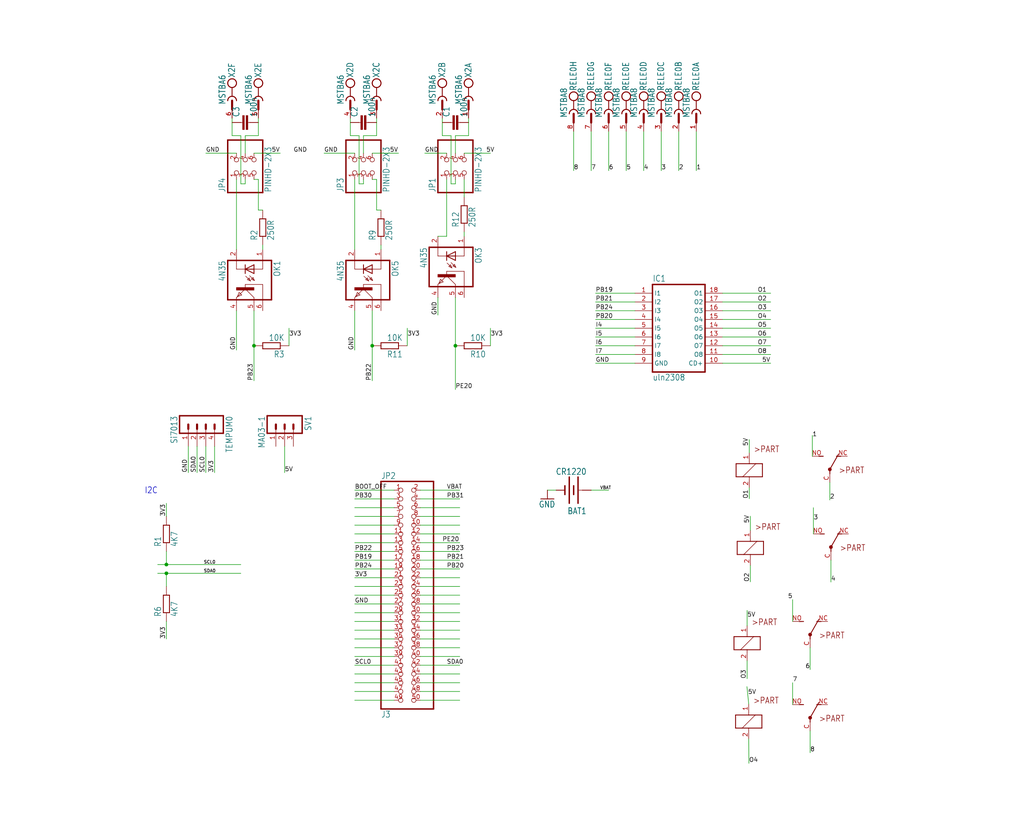
<source format=kicad_sch>
(kicad_sch (version 20220622) (generator eeschema)
  (paper "User" 297.002 241.732)
  (lib_symbols
    (symbol "py-home-master-eagle-import:4N35"
      (property "Reference" "OK" (at -6.985 5.715 0))
      (property "Value" "4N35" (at -6.985 -10.16 0))
      (symbol "4N35_1_0"
        (pin passive line (at -10.16 2.54 0) (length 2.54) (name "A") (number "1"))
        (pin passive line (at -10.16 -5.08 0) (length 2.54) (name "C") (number "2"))
        (pin passive line (at 7.62 -5.08 180) (length 2.54) (name "EMI") (number "4"))
        (pin passive line (at 7.62 0 180) (length 2.54) (name "COL") (number "5"))
        (pin passive line (at 7.62 2.54 180) (length 2.54) (name "BAS") (number "6"))
      )
    )
    (symbol "py-home-master-eagle-import:BATTERYBAT_CR1220"
      (property "Reference" "BAT" (at -3.81 5.08 0))
      (property "Value" "BATTERYBAT_CR1220" (at -3.81 -6.35 0))
      (symbol "BATTERYBAT_CR1220_1_0"
        (pin power_in line (at 5.08 0 180) (length 2.54) (name "-") (number "GND"))
        (pin power_in line (at -5.08 0 0) (length 2.54) (name "+") (number "V+"))
      )
    )
    (symbol "py-home-master-eagle-import:C2,5-3"
      (property "Reference" "C" (at 1.524 0.381 0))
      (property "Value" "C2,5-3" (at 1.524 -4.699 0))
      (symbol "C2,5-3_1_0"
        (pin passive line (at 0 2.54 270) (length 2.54) (name "1") (number "1"))
        (pin passive line (at 0 -5.08 90) (length 2.54) (name "2") (number "2"))
      )
    )
    (symbol "py-home-master-eagle-import:GND" (power)
      (property "Value" "GND" (at -2.54 -2.54 0))
      (symbol "GND_1_0"
        (pin power_in line (at 0 2.54 270) (length 2.54) (name "GND") (number "1"))
      )
    )
    (symbol "py-home-master-eagle-import:JS-M1"
      (symbol "JS-M1_1_0"
        (text ">PART" (at 1.27 5.08 0) (effects (font (size 1.778 1.5113)) (justify left bottom)))
        (pin passive line (at 0 5.08 270) (length 2.54) (name "1") (number "1"))
        (pin passive line (at 0 -5.08 90) (length 2.54) (name "2") (number "2"))
      )
      (symbol "JS-M1_2_0"
        (text ">PART" (at 2.54 0 0) (effects (font (size 1.778 1.5113)) (justify left bottom)))
        (pin passive line (at 0 -2.54 90) (length 2.54) (name "P") (number "C"))
        (pin passive line (at 5.08 5.08 180) (length 2.54) (name "O") (number "NC"))
        (pin passive line (at -5.08 5.08 0) (length 2.54) (name "S") (number "NO"))
      )
    )
    (symbol "py-home-master-eagle-import:MA03-1"
      (property "Reference" "SV" (at -1.27 5.842 0))
      (property "Value" "MA03-1" (at -1.27 -7.62 0))
      (symbol "MA03-1_1_0"
        (pin passive line (at 7.62 -2.54 180) (length 5.08) (name "1") (number "1"))
        (pin passive line (at 7.62 0 180) (length 5.08) (name "2") (number "2"))
        (pin passive line (at 7.62 2.54 180) (length 5.08) (name "3") (number "3"))
      )
    )
    (symbol "py-home-master-eagle-import:MA04-1"
      (property "Reference" "SV" (at -1.27 5.842 0))
      (property "Value" "MA04-1" (at -1.27 -10.16 0))
      (symbol "MA04-1_1_0"
        (pin passive line (at 7.62 -5.08 180) (length 5.08) (name "1") (number "1"))
        (pin passive line (at 7.62 -2.54 180) (length 5.08) (name "2") (number "2"))
        (pin passive line (at 7.62 0 180) (length 5.08) (name "3") (number "3"))
        (pin passive line (at 7.62 2.54 180) (length 5.08) (name "4") (number "4"))
      )
    )
    (symbol "py-home-master-eagle-import:MSTBA6"
      (property "Reference" "X" (at -6.604 0.889 0))
      (property "Value" "MSTBA6" (at -7.62 -3.81 0))
      (symbol "MSTBA6_1_0"
        (pin passive line (at 5.08 0 180) (length 2.54) (name "1") (number "1"))
      )
      (symbol "MSTBA6_2_0"
        (pin passive line (at 5.08 0 180) (length 2.54) (name "1") (number "2"))
      )
      (symbol "MSTBA6_3_0"
        (pin passive line (at 5.08 0 180) (length 2.54) (name "1") (number "3"))
      )
      (symbol "MSTBA6_4_0"
        (pin passive line (at 5.08 0 180) (length 2.54) (name "1") (number "4"))
      )
      (symbol "MSTBA6_5_0"
        (pin passive line (at 5.08 0 180) (length 2.54) (name "1") (number "5"))
      )
      (symbol "MSTBA6_6_0"
        (pin passive line (at 5.08 0 180) (length 2.54) (name "1") (number "6"))
      )
    )
    (symbol "py-home-master-eagle-import:MSTBA8"
      (property "Reference" "X" (at -6.604 0.889 0))
      (property "Value" "MSTBA8" (at -7.62 -3.81 0))
      (symbol "MSTBA8_1_0"
        (pin passive line (at 5.08 0 180) (length 2.54) (name "1") (number "1"))
      )
      (symbol "MSTBA8_2_0"
        (pin passive line (at 5.08 0 180) (length 2.54) (name "1") (number "2"))
      )
      (symbol "MSTBA8_3_0"
        (pin passive line (at 5.08 0 180) (length 2.54) (name "1") (number "3"))
      )
      (symbol "MSTBA8_4_0"
        (pin passive line (at 5.08 0 180) (length 2.54) (name "1") (number "4"))
      )
      (symbol "MSTBA8_5_0"
        (pin passive line (at 5.08 0 180) (length 2.54) (name "1") (number "5"))
      )
      (symbol "MSTBA8_6_0"
        (pin passive line (at 5.08 0 180) (length 2.54) (name "1") (number "6"))
      )
      (symbol "MSTBA8_7_0"
        (pin passive line (at 5.08 0 180) (length 2.54) (name "1") (number "7"))
      )
      (symbol "MSTBA8_8_0"
        (pin passive line (at 5.08 0 180) (length 2.54) (name "1") (number "8"))
      )
    )
    (symbol "py-home-master-eagle-import:PINHD-2X25"
      (property "Reference" "JP" (at -6.35 33.655 0))
      (property "Value" "PINHD-2X25" (at -6.35 -35.56 0))
      (symbol "PINHD-2X25_1_0"
        (pin passive inverted (at -2.54 30.48 0) (length 2.54) (name "1") (number "1"))
        (pin passive inverted (at 5.08 20.32 180) (length 2.54) (name "10") (number "10"))
        (pin passive inverted (at -2.54 17.78 0) (length 2.54) (name "11") (number "11"))
        (pin passive inverted (at 5.08 17.78 180) (length 2.54) (name "12") (number "12"))
        (pin passive inverted (at -2.54 15.24 0) (length 2.54) (name "13") (number "13"))
        (pin passive inverted (at 5.08 15.24 180) (length 2.54) (name "14") (number "14"))
        (pin passive inverted (at -2.54 12.7 0) (length 2.54) (name "15") (number "15"))
        (pin passive inverted (at 5.08 12.7 180) (length 2.54) (name "16") (number "16"))
        (pin passive inverted (at -2.54 10.16 0) (length 2.54) (name "17") (number "17"))
        (pin passive inverted (at 5.08 10.16 180) (length 2.54) (name "18") (number "18"))
        (pin passive inverted (at -2.54 7.62 0) (length 2.54) (name "19") (number "19"))
        (pin passive inverted (at 5.08 30.48 180) (length 2.54) (name "2") (number "2"))
        (pin passive inverted (at 5.08 7.62 180) (length 2.54) (name "20") (number "20"))
        (pin passive inverted (at -2.54 5.08 0) (length 2.54) (name "21") (number "21"))
        (pin passive inverted (at 5.08 5.08 180) (length 2.54) (name "22") (number "22"))
        (pin passive inverted (at -2.54 2.54 0) (length 2.54) (name "23") (number "23"))
        (pin passive inverted (at 5.08 2.54 180) (length 2.54) (name "24") (number "24"))
        (pin passive inverted (at -2.54 0 0) (length 2.54) (name "25") (number "25"))
        (pin passive inverted (at 5.08 0 180) (length 2.54) (name "26") (number "26"))
        (pin passive inverted (at -2.54 -2.54 0) (length 2.54) (name "27") (number "27"))
        (pin passive inverted (at 5.08 -2.54 180) (length 2.54) (name "28") (number "28"))
        (pin passive inverted (at -2.54 -5.08 0) (length 2.54) (name "29") (number "29"))
        (pin passive inverted (at -2.54 27.94 0) (length 2.54) (name "3") (number "3"))
        (pin passive inverted (at 5.08 -5.08 180) (length 2.54) (name "30") (number "30"))
        (pin passive inverted (at -2.54 -7.62 0) (length 2.54) (name "31") (number "31"))
        (pin passive inverted (at 5.08 -7.62 180) (length 2.54) (name "32") (number "32"))
        (pin passive inverted (at -2.54 -10.16 0) (length 2.54) (name "33") (number "33"))
        (pin passive inverted (at 5.08 -10.16 180) (length 2.54) (name "34") (number "34"))
        (pin passive inverted (at -2.54 -12.7 0) (length 2.54) (name "35") (number "35"))
        (pin passive inverted (at 5.08 -12.7 180) (length 2.54) (name "36") (number "36"))
        (pin passive inverted (at -2.54 -15.24 0) (length 2.54) (name "37") (number "37"))
        (pin passive inverted (at 5.08 -15.24 180) (length 2.54) (name "38") (number "38"))
        (pin passive inverted (at -2.54 -17.78 0) (length 2.54) (name "39") (number "39"))
        (pin passive inverted (at 5.08 27.94 180) (length 2.54) (name "4") (number "4"))
        (pin passive inverted (at 5.08 -17.78 180) (length 2.54) (name "40") (number "40"))
        (pin passive inverted (at -2.54 -20.32 0) (length 2.54) (name "41") (number "41"))
        (pin passive inverted (at 5.08 -20.32 180) (length 2.54) (name "42") (number "42"))
        (pin passive inverted (at -2.54 -22.86 0) (length 2.54) (name "43") (number "43"))
        (pin passive inverted (at 5.08 -22.86 180) (length 2.54) (name "44") (number "44"))
        (pin passive inverted (at -2.54 -25.4 0) (length 2.54) (name "45") (number "45"))
        (pin passive inverted (at 5.08 -25.4 180) (length 2.54) (name "46") (number "46"))
        (pin passive inverted (at -2.54 -27.94 0) (length 2.54) (name "47") (number "47"))
        (pin passive inverted (at 5.08 -27.94 180) (length 2.54) (name "48") (number "48"))
        (pin passive inverted (at -2.54 -30.48 0) (length 2.54) (name "49") (number "49"))
        (pin passive inverted (at -2.54 25.4 0) (length 2.54) (name "5") (number "5"))
        (pin passive inverted (at 5.08 -30.48 180) (length 2.54) (name "50") (number "50"))
        (pin passive inverted (at 5.08 25.4 180) (length 2.54) (name "6") (number "6"))
        (pin passive inverted (at -2.54 22.86 0) (length 2.54) (name "7") (number "7"))
        (pin passive inverted (at 5.08 22.86 180) (length 2.54) (name "8") (number "8"))
        (pin passive inverted (at -2.54 20.32 0) (length 2.54) (name "9") (number "9"))
      )
    )
    (symbol "py-home-master-eagle-import:PINHD-2X3"
      (property "Reference" "JP" (at -6.35 5.715 0))
      (property "Value" "PINHD-2X3" (at -6.35 -7.62 0))
      (symbol "PINHD-2X3_1_0"
        (pin passive inverted (at -2.54 2.54 0) (length 2.54) (name "1") (number "1"))
        (pin passive inverted (at 5.08 2.54 180) (length 2.54) (name "2") (number "2"))
        (pin passive inverted (at -2.54 0 0) (length 2.54) (name "3") (number "3"))
        (pin passive inverted (at 5.08 0 180) (length 2.54) (name "4") (number "4"))
        (pin passive inverted (at -2.54 -2.54 0) (length 2.54) (name "5") (number "5"))
        (pin passive inverted (at 5.08 -2.54 180) (length 2.54) (name "6") (number "6"))
      )
    )
    (symbol "py-home-master-eagle-import:R-EU_0204{slash}2V"
      (property "Reference" "R" (at -3.81 1.4986 0))
      (property "Value" "R-EU_0204{slash}2V" (at -3.81 -3.302 0))
      (symbol "R-EU_0204{slash}2V_1_0"
        (pin passive line (at -5.08 0 0) (length 2.54) (name "1") (number "1"))
        (pin passive line (at 5.08 0 180) (length 2.54) (name "2") (number "2"))
      )
    )
    (symbol "py-home-master-eagle-import:ULN2803A"
      (property "Reference" "IC" (at -7.62 13.462 0))
      (property "Value" "ULN2803A" (at -7.62 -15.24 0))
      (symbol "ULN2803A_1_0"
        (pin input line (at -12.7 10.16 0) (length 5.08) (name "I1") (number "1"))
        (pin passive line (at 12.7 -10.16 180) (length 5.08) (name "CD+") (number "10"))
        (pin open_collector line (at 12.7 -7.62 180) (length 5.08) (name "O8") (number "11"))
        (pin open_collector line (at 12.7 -5.08 180) (length 5.08) (name "O7") (number "12"))
        (pin open_collector line (at 12.7 -2.54 180) (length 5.08) (name "O6") (number "13"))
        (pin open_collector line (at 12.7 0 180) (length 5.08) (name "O5") (number "14"))
        (pin open_collector line (at 12.7 2.54 180) (length 5.08) (name "O4") (number "15"))
        (pin open_collector line (at 12.7 5.08 180) (length 5.08) (name "O3") (number "16"))
        (pin open_collector line (at 12.7 7.62 180) (length 5.08) (name "O2") (number "17"))
        (pin open_collector line (at 12.7 10.16 180) (length 5.08) (name "O1") (number "18"))
        (pin input line (at -12.7 7.62 0) (length 5.08) (name "I2") (number "2"))
        (pin input line (at -12.7 5.08 0) (length 5.08) (name "I3") (number "3"))
        (pin input line (at -12.7 2.54 0) (length 5.08) (name "I4") (number "4"))
        (pin input line (at -12.7 0 0) (length 5.08) (name "I5") (number "5"))
        (pin input line (at -12.7 -2.54 0) (length 5.08) (name "I6") (number "6"))
        (pin input line (at -12.7 -5.08 0) (length 5.08) (name "I7") (number "7"))
        (pin input line (at -12.7 -7.62 0) (length 5.08) (name "I8") (number "8"))
        (pin power_in line (at -12.7 -10.16 0) (length 5.08) (name "GND") (number "9"))
      )
    )
  )
  (junction (at 48.26 163.83))
  (junction (at 107.95 100.33))
  (junction (at 132.08 100.33))
  (junction (at 48.26 166.37))
  (junction (at 73.66 100.33))
  (wire (pts (xy 69.85 39.37) (xy 69.85 53.34)))
  (wire (pts (xy 57.15 129.54) (xy 57.15 137.16)))
  (wire (pts (xy 107.95 52.07) (xy 109.22 52.07)))
  (wire (pts (xy 129.54 52.07) (xy 129.54 68.58)))
  (wire (pts (xy 176.53 38.1) (xy 176.53 49.53)))
  (wire (pts (xy 132.08 100.33) (xy 132.08 113.03)))
  (wire (pts (xy 132.08 53.34) (xy 132.08 52.07)))
  (wire (pts (xy 121.92 147.32) (xy 133.35 147.32)))
  (wire (pts (xy 114.3 147.32) (xy 102.87 147.32)))
  (wire (pts (xy 67.31 39.37) (xy 69.85 39.37)))
  (wire (pts (xy 121.92 172.72) (xy 133.35 172.72)))
  (wire (pts (xy 74.93 39.37) (xy 71.12 39.37)))
  (wire (pts (xy 114.3 198.12) (xy 102.87 198.12)))
  (wire (pts (xy 69.85 166.37) (xy 48.26 166.37)))
  (wire (pts (xy 128.27 39.37) (xy 130.81 39.37)))
  (wire (pts (xy 121.92 175.26) (xy 133.35 175.26)))
  (wire (pts (xy 130.81 53.34) (xy 132.08 53.34)))
  (wire (pts (xy 161.29 142.24) (xy 158.75 142.24)))
  (wire (pts (xy 69.85 163.83) (xy 48.26 163.83)))
  (wire (pts (xy 62.23 129.54) (xy 62.23 137.16)))
  (wire (pts (xy 129.54 68.58) (xy 127 68.58)))
  (wire (pts (xy 114.3 144.78) (xy 102.87 144.78)))
  (wire (pts (xy 71.12 39.37) (xy 71.12 44.45)))
  (wire (pts (xy 48.26 166.37) (xy 45.72 166.37)))
  (wire (pts (xy 48.26 160.02) (xy 48.26 163.83)))
  (wire (pts (xy 109.22 35.56) (xy 109.22 39.37)))
  (wire (pts (xy 201.93 38.1) (xy 201.93 49.53)))
  (wire (pts (xy 209.55 100.33) (xy 223.52 100.33)))
  (wire (pts (xy 101.6 34.29) (xy 101.6 35.56)))
  (wire (pts (xy 121.92 177.8) (xy 133.35 177.8)))
  (wire (pts (xy 128.27 35.56) (xy 128.27 39.37)))
  (wire (pts (xy 114.3 193.04) (xy 102.87 193.04)))
  (wire (pts (xy 235.585 132.3975) (xy 235.585 126.365)))
  (wire (pts (xy 217.6145 153.924) (xy 217.6145 149.7965)))
  (wire (pts (xy 104.14 39.37) (xy 104.14 53.34)))
  (wire (pts (xy 121.92 162.56) (xy 133.35 162.56)))
  (wire (pts (xy 109.22 60.96) (xy 110.49 60.96)))
  (wire (pts (xy 209.55 102.87) (xy 223.52 102.87)))
  (wire (pts (xy 121.92 142.24) (xy 133.35 142.24)))
  (wire (pts (xy 234.95 187.96) (xy 234.95 194.31)))
  (wire (pts (xy 114.3 154.94) (xy 102.87 154.94)))
  (wire (pts (xy 121.92 170.18) (xy 133.35 170.18)))
  (wire (pts (xy 121.92 185.42) (xy 133.35 185.42)))
  (wire (pts (xy 240.665 140.0175) (xy 240.665 145.0975)))
  (wire (pts (xy 67.31 34.29) (xy 67.31 39.37)))
  (wire (pts (xy 209.55 95.25) (xy 223.52 95.25)))
  (wire (pts (xy 171.45 38.1) (xy 171.45 49.53)))
  (wire (pts (xy 59.69 129.54) (xy 59.69 137.16)))
  (wire (pts (xy 184.15 100.33) (xy 172.72 100.33)))
  (wire (pts (xy 121.92 200.66) (xy 133.35 200.66)))
  (wire (pts (xy 217.6145 164.084) (xy 217.6145 168.8465)))
  (wire (pts (xy 121.92 165.1) (xy 133.35 165.1)))
  (wire (pts (xy 107.95 44.45) (xy 115.57 44.45)))
  (wire (pts (xy 104.14 53.34) (xy 105.41 53.34)))
  (wire (pts (xy 82.55 129.54) (xy 82.55 137.16)))
  (wire (pts (xy 209.55 97.79) (xy 223.52 97.79)))
  (wire (pts (xy 105.41 53.34) (xy 105.41 52.07)))
  (wire (pts (xy 114.3 203.2) (xy 102.87 203.2)))
  (wire (pts (xy 102.87 52.07) (xy 102.87 72.39)))
  (wire (pts (xy 209.55 90.17) (xy 223.52 90.17)))
  (wire (pts (xy 118.11 100.33) (xy 118.11 95.25)))
  (wire (pts (xy 184.15 97.79) (xy 172.72 97.79)))
  (wire (pts (xy 184.15 85.09) (xy 172.72 85.09)))
  (wire (pts (xy 234.95 212.09) (xy 234.95 218.44)))
  (wire (pts (xy 54.61 129.54) (xy 54.61 137.16)))
  (wire (pts (xy 217.297 141.5415) (xy 217.297 144.7165)))
  (wire (pts (xy 184.15 92.71) (xy 172.72 92.71)))
  (wire (pts (xy 132.08 39.37) (xy 132.08 44.45)))
  (wire (pts (xy 74.93 34.29) (xy 74.93 35.56)))
  (wire (pts (xy 121.92 157.48) (xy 133.35 157.48)))
  (wire (pts (xy 74.93 60.96) (xy 76.2 60.96)))
  (wire (pts (xy 114.3 200.66) (xy 102.87 200.66)))
  (wire (pts (xy 114.3 149.86) (xy 102.87 149.86)))
  (wire (pts (xy 209.55 92.71) (xy 223.52 92.71)))
  (wire (pts (xy 171.45 142.24) (xy 176.53 142.24)))
  (wire (pts (xy 114.3 160.02) (xy 102.87 160.02)))
  (wire (pts (xy 114.3 182.88) (xy 102.87 182.88)))
  (wire (pts (xy 114.3 142.24) (xy 102.87 142.24)))
  (wire (pts (xy 102.87 90.17) (xy 102.87 101.6)))
  (wire (pts (xy 114.3 157.48) (xy 102.87 157.48)))
  (wire (pts (xy 114.3 185.42) (xy 102.87 185.42)))
  (wire (pts (xy 109.22 39.37) (xy 105.41 39.37)))
  (wire (pts (xy 129.54 44.45) (xy 123.19 44.45)))
  (wire (pts (xy 166.37 38.1) (xy 166.37 49.53)))
  (wire (pts (xy 134.62 68.58) (xy 134.62 67.31)))
  (wire (pts (xy 114.3 187.96) (xy 102.87 187.96)))
  (wire (pts (xy 68.58 90.17) (xy 68.58 101.6)))
  (wire (pts (xy 135.89 39.37) (xy 132.08 39.37)))
  (wire (pts (xy 73.66 52.07) (xy 74.93 52.07)))
  (wire (pts (xy 135.89 35.56) (xy 135.89 39.37)))
  (wire (pts (xy 114.3 195.58) (xy 102.87 195.58)))
  (wire (pts (xy 217.1446 214.4649) (xy 217.1954 221.5134)))
  (wire (pts (xy 184.15 95.25) (xy 172.72 95.25)))
  (wire (pts (xy 73.66 90.17) (xy 73.66 100.33)))
  (wire (pts (xy 114.3 170.18) (xy 102.87 170.18)))
  (wire (pts (xy 216.6747 181.5719) (xy 216.6747 177.1269)))
  (wire (pts (xy 235.9025 154.94) (xy 235.9025 147.32)))
  (wire (pts (xy 101.6 35.56) (xy 101.6 39.37)))
  (wire (pts (xy 209.55 87.63) (xy 223.52 87.63)))
  (wire (pts (xy 114.3 177.8) (xy 102.87 177.8)))
  (wire (pts (xy 209.55 85.09) (xy 223.52 85.09)))
  (wire (pts (xy 107.95 90.17) (xy 107.95 100.33)))
  (wire (pts (xy 83.82 100.33) (xy 83.82 95.25)))
  (wire (pts (xy 121.92 187.96) (xy 133.35 187.96)))
  (wire (pts (xy 105.41 39.37) (xy 105.41 44.45)))
  (wire (pts (xy 240.9825 162.56) (xy 240.9825 168.91)))
  (wire (pts (xy 121.92 152.4) (xy 133.35 152.4)))
  (wire (pts (xy 71.12 53.34) (xy 71.12 52.07)))
  (wire (pts (xy 127 86.36) (xy 127 91.44)))
  (wire (pts (xy 109.22 52.07) (xy 109.22 60.96)))
  (wire (pts (xy 121.92 149.86) (xy 133.35 149.86)))
  (wire (pts (xy 121.92 203.2) (xy 133.35 203.2)))
  (wire (pts (xy 184.15 90.17) (xy 172.72 90.17)))
  (wire (pts (xy 184.15 105.41) (xy 172.72 105.41)))
  (wire (pts (xy 132.08 86.36) (xy 132.08 100.33)))
  (wire (pts (xy 107.95 100.33) (xy 107.95 110.49)))
  (wire (pts (xy 114.3 165.1) (xy 102.87 165.1)))
  (wire (pts (xy 128.27 34.29) (xy 128.27 35.56)))
  (wire (pts (xy 196.85 38.1) (xy 196.85 49.53)))
  (wire (pts (xy 229.87 180.34) (xy 229.87 173.99)))
  (wire (pts (xy 76.2 72.39) (xy 76.2 71.12)))
  (wire (pts (xy 74.93 52.07) (xy 74.93 60.96)))
  (wire (pts (xy 121.92 198.12) (xy 133.35 198.12)))
  (wire (pts (xy 181.61 38.1) (xy 181.61 49.53)))
  (wire (pts (xy 121.92 195.58) (xy 133.35 195.58)))
  (wire (pts (xy 73.66 100.33) (xy 73.66 110.49)))
  (wire (pts (xy 114.3 162.56) (xy 102.87 162.56)))
  (wire (pts (xy 121.92 182.88) (xy 133.35 182.88)))
  (wire (pts (xy 217.1446 204.3049) (xy 216.6239 199.2503)))
  (wire (pts (xy 186.69 38.1) (xy 186.69 49.53)))
  (wire (pts (xy 48.26 149.86) (xy 48.26 146.05)))
  (wire (pts (xy 121.92 160.02) (xy 133.35 160.02)))
  (wire (pts (xy 109.22 34.29) (xy 109.22 35.56)))
  (wire (pts (xy 135.89 34.29) (xy 135.89 35.56)))
  (wire (pts (xy 217.297 131.3815) (xy 217.297 127.5715)))
  (wire (pts (xy 114.3 180.34) (xy 102.87 180.34)))
  (wire (pts (xy 121.92 190.5) (xy 133.35 190.5)))
  (wire (pts (xy 114.3 190.5) (xy 102.87 190.5)))
  (wire (pts (xy 73.66 44.45) (xy 81.28 44.45)))
  (wire (pts (xy 114.3 172.72) (xy 102.87 172.72)))
  (wire (pts (xy 68.58 52.07) (xy 68.58 72.39)))
  (wire (pts (xy 216.6747 191.7319) (xy 216.6747 196.9516)))
  (wire (pts (xy 121.92 167.64) (xy 133.35 167.64)))
  (wire (pts (xy 121.92 154.94) (xy 133.35 154.94)))
  (wire (pts (xy 101.6 39.37) (xy 104.14 39.37)))
  (wire (pts (xy 114.3 175.26) (xy 102.87 175.26)))
  (wire (pts (xy 68.58 44.45) (xy 59.69 44.45)))
  (wire (pts (xy 184.15 87.63) (xy 172.72 87.63)))
  (wire (pts (xy 191.77 38.1) (xy 191.77 49.53)))
  (wire (pts (xy 102.87 44.45) (xy 93.98 44.45)))
  (wire (pts (xy 121.92 144.78) (xy 133.35 144.78)))
  (wire (pts (xy 121.92 193.04) (xy 133.35 193.04)))
  (wire (pts (xy 229.87 204.47) (xy 229.87 198.12)))
  (wire (pts (xy 184.15 102.87) (xy 172.72 102.87)))
  (wire (pts (xy 48.26 170.18) (xy 48.26 166.37)))
  (wire (pts (xy 130.81 39.37) (xy 130.81 53.34)))
  (wire (pts (xy 134.62 52.07) (xy 134.62 57.15)))
  (wire (pts (xy 48.26 163.83) (xy 45.72 163.83)))
  (wire (pts (xy 74.93 35.56) (xy 74.93 39.37)))
  (wire (pts (xy 69.85 53.34) (xy 71.12 53.34)))
  (wire (pts (xy 209.55 105.41) (xy 223.52 105.41)))
  (wire (pts (xy 114.3 152.4) (xy 102.87 152.4)))
  (wire (pts (xy 114.3 167.64) (xy 102.87 167.64)))
  (wire (pts (xy 48.26 180.34) (xy 48.26 185.42)))
  (wire (pts (xy 121.92 180.34) (xy 133.35 180.34)))
  (wire (pts (xy 110.49 72.39) (xy 110.49 71.12)))
  (wire (pts (xy 142.24 100.33) (xy 142.24 95.25)))
  (wire (pts (xy 134.62 44.45) (xy 142.24 44.45)))
  (text "I2C" (at 41.91 143.51 0) (effects (font (size 1.778 1.5113)) (justify left bottom)))
  (label "5V" (at 217.297 129.4765 90) (effects (font (size 1.2446 1.2446))))
  (label "3V3" (at 118.11 97.79 0) (effects (font (size 1.2446 1.2446))))
  (label "PB19" (at 172.72 85.09 0) (effects (font (size 1.2446 1.2446))))
  (label "6" (at 176.53 49.53 0) (effects (font (size 1.2446 1.2446))))
  (label "I5" (at 172.72 97.79 0) (effects (font (size 1.2446 1.2446))))
  (label "O1" (at 219.71 85.09 0) (effects (font (size 1.2446 1.2446))))
  (label "O7" (at 219.71 100.33 0) (effects (font (size 1.2446 1.2446))))
  (label "4" (at 186.69 49.53 0) (effects (font (size 1.2446 1.2446))))
  (label "5V" (at 220.98 105.41 0) (effects (font (size 1.2446 1.2446))))
  (label "3V3" (at 62.23 137.16 90) (effects (font (size 1.2446 1.2446))))
  (label "PB24" (at 172.72 90.17 0) (effects (font (size 1.2446 1.2446))))
  (label "GND" (at 93.98 44.45 0) (effects (font (size 1.2446 1.2446))))
  (label "5V" (at 140.97 44.45 0) (effects (font (size 1.2446 1.2446))))
  (label "1" (at 235.585 127 0) (effects (font (size 1.2446 1.2446))))
  (label "PE20" (at 128.27 157.48 0) (effects (font (size 1.2446 1.2446))))
  (label "3" (at 235.9025 151.13 0) (effects (font (size 1.2446 1.2446))))
  (label "GND" (at 172.72 105.41 0) (effects (font (size 1.2446 1.2446))))
  (label "SDA0" (at 57.15 137.16 90) (effects (font (size 1.2446 1.2446))))
  (label "1" (at 201.93 49.53 0) (effects (font (size 1.2446 1.2446))))
  (label "VBAT" (at 129.54 142.24 0) (effects (font (size 1.2446 1.2446))))
  (label "SCL0" (at 59.69 137.16 90) (effects (font (size 1.2446 1.2446))))
  (label "I7" (at 172.72 102.87 0) (effects (font (size 1.2446 1.2446))))
  (label "O4" (at 219.71 92.71 0) (effects (font (size 1.2446 1.2446))))
  (label "8" (at 166.37 49.53 0) (effects (font (size 1.2446 1.2446))))
  (label "O3" (at 219.71 90.17 0) (effects (font (size 1.2446 1.2446))))
  (label "6" (at 234.95 194.31 180) (effects (font (size 1.2446 1.2446))))
  (label "PB19" (at 102.87 162.56 0) (effects (font (size 1.2446 1.2446))))
  (label "PE20" (at 132.08 113.03 0) (effects (font (size 1.2446 1.2446))))
  (label "GND" (at 123.19 44.45 0) (effects (font (size 1.2446 1.2446))))
  (label "GND" (at 102.87 175.26 0) (effects (font (size 1.2446 1.2446))))
  (label "PB21" (at 129.54 162.56 0) (effects (font (size 1.2446 1.2446))))
  (label "4" (at 240.9825 168.91 0) (effects (font (size 1.2446 1.2446))))
  (label "3V3" (at 83.82 97.79 0) (effects (font (size 1.2446 1.2446))))
  (label "3" (at 191.77 49.53 0) (effects (font (size 1.2446 1.2446))))
  (label "5V" (at 216.6747 179.3494 0) (effects (font (size 1.2446 1.2446))))
  (label "O6" (at 219.71 97.79 0) (effects (font (size 1.2446 1.2446))))
  (label "O3" (at 216.6747 196.9516 90) (effects (font (size 1.2446 1.2446))))
  (label "VBAT" (at 173.99 142.24 0) (effects (font (size 0.889 0.889))))
  (label "O5" (at 219.71 95.25 0) (effects (font (size 1.2446 1.2446))))
  (label "PB23" (at 73.66 110.49 90) (effects (font (size 1.2446 1.2446))))
  (label "I6" (at 172.72 100.33 0) (effects (font (size 1.2446 1.2446))))
  (label "O2" (at 219.71 87.63 0) (effects (font (size 1.2446 1.2446))))
  (label "PB31" (at 129.54 144.78 0) (effects (font (size 1.2446 1.2446))))
  (label "3V3" (at 142.24 97.79 0) (effects (font (size 1.2446 1.2446))))
  (label "GND" (at 54.61 137.16 90) (effects (font (size 1.2446 1.2446))))
  (label "PB30" (at 102.87 144.78 0) (effects (font (size 1.2446 1.2446))))
  (label "PB20" (at 129.54 165.1 0) (effects (font (size 1.2446 1.2446))))
  (label "5V" (at 82.55 137.16 0) (effects (font (size 1.2446 1.2446))))
  (label "7" (at 229.87 198.12 0) (effects (font (size 1.2446 1.2446))))
  (label "3V3" (at 48.26 149.86 90) (effects (font (size 1.2446 1.2446))))
  (label "PB22" (at 102.87 160.02 0) (effects (font (size 1.2446 1.2446))))
  (label "5" (at 229.87 173.99 180) (effects (font (size 1.2446 1.2446))))
  (label "5V" (at 78.74 44.45 0) (effects (font (size 1.2446 1.2446))))
  (label "SDA0" (at 59.055 166.37 0) (effects (font (size 0.889 0.889))))
  (label "PB22" (at 107.95 110.49 90) (effects (font (size 1.2446 1.2446))))
  (label "I4" (at 172.72 95.25 0) (effects (font (size 1.2446 1.2446))))
  (label "GND" (at 68.58 101.6 90) (effects (font (size 1.2446 1.2446))))
  (label "O4" (at 217.1954 221.5134 0) (effects (font (size 1.2446 1.2446))))
  (label "2" (at 196.85 49.53 0) (effects (font (size 1.2446 1.2446))))
  (label "7" (at 171.45 49.53 0) (effects (font (size 1.2446 1.2446))))
  (label "SCL0" (at 59.055 163.83 0) (effects (font (size 0.889 0.889))))
  (label "SDA0" (at 129.54 193.04 0) (effects (font (size 1.2446 1.2446))))
  (label "PB20" (at 172.72 92.71 0) (effects (font (size 1.2446 1.2446))))
  (label "5" (at 181.61 49.53 0) (effects (font (size 1.2446 1.2446))))
  (label "SCL0" (at 102.87 193.04 0) (effects (font (size 1.2446 1.2446))))
  (label "BOOT_OFF" (at 102.87 142.24 0) (effects (font (size 1.2446 1.2446))))
  (label "5V" (at 113.03 44.45 0) (effects (font (size 1.2446 1.2446))))
  (label "GND" (at 102.87 101.6 90) (effects (font (size 1.2446 1.2446))))
  (label "PB24" (at 102.87 165.1 0) (effects (font (size 1.2446 1.2446))))
  (label "GND" (at 127 91.44 90) (effects (font (size 1.2446 1.2446))))
  (label "GND" (at 85.09 44.45 0) (effects (font (size 1.2446 1.2446))))
  (label "5V" (at 216.8843 201.7776 0) (effects (font (size 1.2446 1.2446))))
  (label "O2" (at 217.6145 168.8465 90) (effects (font (size 1.2446 1.2446))))
  (label "O8" (at 219.71 102.87 0) (effects (font (size 1.2446 1.2446))))
  (label "3V3" (at 48.26 185.42 90) (effects (font (size 1.2446 1.2446))))
  (label "2" (at 240.665 145.0975 0) (effects (font (size 1.2446 1.2446))))
  (label "5V" (at 217.6145 151.8603 90) (effects (font (size 1.2446 1.2446))))
  (label "8" (at 234.95 218.44 0) (effects (font (size 1.2446 1.2446))))
  (label "GND" (at 59.69 44.45 0) (effects (font (size 1.2446 1.2446))))
  (label "O1" (at 217.297 144.7165 90) (effects (font (size 1.2446 1.2446))))
  (label "PB21" (at 172.72 87.63 0) (effects (font (size 1.2446 1.2446))))
  (label "3V3" (at 102.87 167.64 0) (effects (font (size 1.2446 1.2446))))
  (label "PB23" (at 129.54 160.02 0) (effects (font (size 1.2446 1.2446))))
  (symbol (lib_id "py-home-master-eagle-import:MSTBA6") (at 101.6 29.21 270) (unit 4)
    (default_instance (reference "U") (unit 1) (value "") (footprint ""))
    (property "Reference" "X2" (at 102.489 22.606 0) (effects (font (size 1.778 1.5113)) (justify right top)))
    (property "Value" "MSTBA6" (at 97.79 21.59 0) (effects (font (size 1.778 1.5113)) (justify left bottom)))
    (property "Footprint" "py-home-master:MSTBA6" (effects hide))
  )
  (symbol (lib_id "py-home-master-eagle-import:BATTERYBAT_CR1220") (at 166.37 142.24 180) (unit 1)
    (default_instance (reference "U") (unit 1) (value "") (footprint ""))
    (property "Reference" "BAT1" (at 170.18 147.32 0) (effects (font (size 1.778 1.5113)) (justify left bottom)))
    (property "Value" "CR1220" (at 170.18 135.89 0) (effects (font (size 1.778 1.5113)) (justify left bottom)))
    (property "Footprint" "py-home-master:BAT_CR1220" (effects hide))
  )
  (symbol (lib_id "py-home-master-eagle-import:C2,5-3") (at 130.81 35.56 90) (unit 1)
    (default_instance (reference "U") (unit 1) (value "") (footprint ""))
    (property "Reference" "C1" (at 130.429 34.036 0) (effects (font (size 1.778 1.5113)) (justify left bottom)))
    (property "Value" "100n" (at 135.509 34.036 0) (effects (font (size 1.778 1.5113)) (justify left bottom)))
    (property "Footprint" "py-home-master:C2.5-3" (effects hide))
  )
  (symbol (lib_id "py-home-master-eagle-import:4N35") (at 107.95 82.55 270) (unit 1)
    (default_instance (reference "U") (unit 1) (value "") (footprint ""))
    (property "Reference" "OK5" (at 113.665 75.565 0) (effects (font (size 1.778 1.5113)) (justify left bottom)))
    (property "Value" "4N35" (at 97.79 75.565 0) (effects (font (size 1.778 1.5113)) (justify left bottom)))
    (property "Footprint" "py-home-master:DIL06" (effects hide))
  )
  (symbol (lib_id "py-home-master-eagle-import:JS-M1") (at 217.297 136.4615 0) (unit 1)
    (default_instance (reference "U") (unit 1) (value "") (footprint ""))
    (property "Reference" "K1" (effects hide))
    (property "Value" "JS-M1" (effects hide))
    (property "Footprint" "py-home-master:JS-M" (effects hide))
  )
  (symbol (lib_id "py-home-master-eagle-import:R-EU_0204{slash}2V") (at 76.2 66.04 90) (unit 1)
    (default_instance (reference "U") (unit 1) (value "") (footprint ""))
    (property "Reference" "R2" (at 74.7014 69.85 0) (effects (font (size 1.778 1.5113)) (justify left bottom)))
    (property "Value" "250R" (at 79.502 69.85 0) (effects (font (size 1.778 1.5113)) (justify left bottom)))
    (property "Footprint" "py-home-master:0204V" (effects hide))
  )
  (symbol (lib_id "py-home-master-eagle-import:R-EU_0204{slash}2V") (at 48.26 154.94 90) (unit 1)
    (default_instance (reference "U") (unit 1) (value "") (footprint ""))
    (property "Reference" "R1" (at 46.7614 158.75 0) (effects (font (size 1.778 1.5113)) (justify left bottom)))
    (property "Value" "4K7" (at 51.562 158.75 0) (effects (font (size 1.778 1.5113)) (justify left bottom)))
    (property "Footprint" "py-home-master:0204V" (effects hide))
  )
  (symbol (lib_id "py-home-master-eagle-import:MSTBA6") (at 135.89 29.21 270) (unit 1)
    (default_instance (reference "U") (unit 1) (value "") (footprint ""))
    (property "Reference" "X2" (at 136.779 22.606 0) (effects (font (size 1.778 1.5113)) (justify right top)))
    (property "Value" "MSTBA6" (at 132.08 21.59 0) (effects (font (size 1.778 1.5113)) (justify left bottom)))
    (property "Footprint" "py-home-master:MSTBA6" (effects hide))
  )
  (symbol (lib_id "py-home-master-eagle-import:R-EU_0204{slash}2V") (at 48.26 175.26 90) (unit 1)
    (default_instance (reference "U") (unit 1) (value "") (footprint ""))
    (property "Reference" "R6" (at 46.7614 179.07 0) (effects (font (size 1.778 1.5113)) (justify left bottom)))
    (property "Value" "4K7" (at 51.562 179.07 0) (effects (font (size 1.778 1.5113)) (justify left bottom)))
    (property "Footprint" "py-home-master:0204V" (effects hide))
  )
  (symbol (lib_id "py-home-master-eagle-import:PINHD-2X3") (at 132.08 49.53 90) (unit 1)
    (default_instance (reference "U") (unit 1) (value "") (footprint ""))
    (property "Reference" "JP1" (at 126.365 55.88 0) (effects (font (size 1.778 1.5113)) (justify left bottom)))
    (property "Value" "PINHD-2X3" (at 139.7 55.88 0) (effects (font (size 1.778 1.5113)) (justify left bottom)))
    (property "Footprint" "py-home-master:2X03" (effects hide))
  )
  (symbol (lib_id "py-home-master-eagle-import:C2,5-3") (at 69.85 35.56 90) (unit 1)
    (default_instance (reference "U") (unit 1) (value "") (footprint ""))
    (property "Reference" "C3" (at 69.469 34.036 0) (effects (font (size 1.778 1.5113)) (justify left bottom)))
    (property "Value" "100n" (at 74.549 34.036 0) (effects (font (size 1.778 1.5113)) (justify left bottom)))
    (property "Footprint" "py-home-master:C2.5-3" (effects hide))
  )
  (symbol (lib_id "py-home-master-eagle-import:MSTBA8") (at 176.53 33.02 270) (unit 6)
    (default_instance (reference "U") (unit 1) (value "") (footprint ""))
    (property "Reference" "RELE0" (at 177.419 26.416 0) (effects (font (size 1.778 1.5113)) (justify right top)))
    (property "Value" "MSTBA8" (at 172.72 25.4 0) (effects (font (size 1.778 1.5113)) (justify left bottom)))
    (property "Footprint" "py-home-master:MSTBA8" (effects hide))
  )
  (symbol (lib_id "py-home-master-eagle-import:MSTBA6") (at 67.31 29.21 270) (unit 6)
    (default_instance (reference "U") (unit 1) (value "") (footprint ""))
    (property "Reference" "X2" (at 68.199 22.606 0) (effects (font (size 1.778 1.5113)) (justify right top)))
    (property "Value" "MSTBA6" (at 63.5 21.59 0) (effects (font (size 1.778 1.5113)) (justify left bottom)))
    (property "Footprint" "py-home-master:MSTBA6" (effects hide))
  )
  (symbol (lib_id "py-home-master-eagle-import:JS-M1") (at 217.6145 159.004 0) (unit 1)
    (default_instance (reference "U") (unit 1) (value "") (footprint ""))
    (property "Reference" "K2" (effects hide))
    (property "Value" "JS-M1" (effects hide))
    (property "Footprint" "py-home-master:JS-M" (effects hide))
  )
  (symbol (lib_id "py-home-master-eagle-import:MA04-1") (at 59.69 121.92 270) (unit 1)
    (default_instance (reference "U") (unit 1) (value "") (footprint ""))
    (property "Reference" "TEMPUM0" (at 65.532 120.65 0) (effects (font (size 1.778 1.5113)) (justify left bottom)))
    (property "Value" "Si7013" (at 49.53 120.65 0) (effects (font (size 1.778 1.5113)) (justify left bottom)))
    (property "Footprint" "py-home-master:MA04-1" (effects hide))
  )
  (symbol (lib_id "py-home-master-eagle-import:MSTBA6") (at 109.22 29.21 270) (unit 3)
    (default_instance (reference "U") (unit 1) (value "") (footprint ""))
    (property "Reference" "X2" (at 110.109 22.606 0) (effects (font (size 1.778 1.5113)) (justify right top)))
    (property "Value" "MSTBA6" (at 105.41 21.59 0) (effects (font (size 1.778 1.5113)) (justify left bottom)))
    (property "Footprint" "py-home-master:MSTBA6" (effects hide))
  )
  (symbol (lib_id "py-home-master-eagle-import:JS-M1") (at 217.1446 209.3849 0) (unit 1)
    (default_instance (reference "U") (unit 1) (value "") (footprint ""))
    (property "Reference" "K4" (effects hide))
    (property "Value" "JS-M1" (effects hide))
    (property "Footprint" "py-home-master:JS-M" (effects hide))
  )
  (symbol (lib_id "py-home-master-eagle-import:MSTBA6") (at 128.27 29.21 270) (unit 2)
    (default_instance (reference "U") (unit 1) (value "") (footprint ""))
    (property "Reference" "X2" (at 129.159 22.606 0) (effects (font (size 1.778 1.5113)) (justify right top)))
    (property "Value" "MSTBA6" (at 124.46 21.59 0) (effects (font (size 1.778 1.5113)) (justify left bottom)))
    (property "Footprint" "py-home-master:MSTBA6" (effects hide))
  )
  (symbol (lib_id "py-home-master-eagle-import:MSTBA8") (at 196.85 33.02 270) (unit 2)
    (default_instance (reference "U") (unit 1) (value "") (footprint ""))
    (property "Reference" "RELE0" (at 197.739 26.416 0) (effects (font (size 1.778 1.5113)) (justify right top)))
    (property "Value" "MSTBA8" (at 193.04 25.4 0) (effects (font (size 1.778 1.5113)) (justify left bottom)))
    (property "Footprint" "py-home-master:MSTBA8" (effects hide))
  )
  (symbol (lib_id "py-home-master-eagle-import:MSTBA8") (at 186.69 33.02 270) (unit 4)
    (default_instance (reference "U") (unit 1) (value "") (footprint ""))
    (property "Reference" "RELE0" (at 187.579 26.416 0) (effects (font (size 1.778 1.5113)) (justify right top)))
    (property "Value" "MSTBA8" (at 182.88 25.4 0) (effects (font (size 1.778 1.5113)) (justify left bottom)))
    (property "Footprint" "py-home-master:MSTBA8" (effects hide))
  )
  (symbol (lib_id "py-home-master-eagle-import:MSTBA6") (at 74.93 29.21 270) (unit 5)
    (default_instance (reference "U") (unit 1) (value "") (footprint ""))
    (property "Reference" "X2" (at 75.819 22.606 0) (effects (font (size 1.778 1.5113)) (justify right top)))
    (property "Value" "MSTBA6" (at 71.12 21.59 0) (effects (font (size 1.778 1.5113)) (justify left bottom)))
    (property "Footprint" "py-home-master:MSTBA6" (effects hide))
  )
  (symbol (lib_id "py-home-master-eagle-import:R-EU_0204{slash}2V") (at 110.49 66.04 90) (unit 1)
    (default_instance (reference "U") (unit 1) (value "") (footprint ""))
    (property "Reference" "R9" (at 108.9914 69.85 0) (effects (font (size 1.778 1.5113)) (justify left bottom)))
    (property "Value" "250R" (at 113.792 69.85 0) (effects (font (size 1.778 1.5113)) (justify left bottom)))
    (property "Footprint" "py-home-master:0204V" (effects hide))
  )
  (symbol (lib_id "py-home-master-eagle-import:JS-M1") (at 234.95 209.55 0) (unit 2)
    (default_instance (reference "U") (unit 1) (value "") (footprint ""))
    (property "Reference" "K4" (effects hide))
    (property "Value" "JS-M1" (effects hide))
    (property "Footprint" "py-home-master:JS-M" (effects hide))
  )
  (symbol (lib_id "py-home-master-eagle-import:R-EU_0204{slash}2V") (at 78.74 100.33 180) (unit 1)
    (default_instance (reference "U") (unit 1) (value "") (footprint ""))
    (property "Reference" "R3" (at 82.55 101.8286 0) (effects (font (size 1.778 1.5113)) (justify left bottom)))
    (property "Value" "10K" (at 82.55 97.028 0) (effects (font (size 1.778 1.5113)) (justify left bottom)))
    (property "Footprint" "py-home-master:0204V" (effects hide))
  )
  (symbol (lib_id "py-home-master-eagle-import:JS-M1") (at 216.6747 186.6519 0) (unit 1)
    (default_instance (reference "U") (unit 1) (value "") (footprint ""))
    (property "Reference" "K3" (effects hide))
    (property "Value" "JS-M1" (effects hide))
    (property "Footprint" "py-home-master:JS-M" (effects hide))
  )
  (symbol (lib_id "py-home-master-eagle-import:PINHD-2X3") (at 105.41 49.53 90) (unit 1)
    (default_instance (reference "U") (unit 1) (value "") (footprint ""))
    (property "Reference" "JP3" (at 99.695 55.88 0) (effects (font (size 1.778 1.5113)) (justify left bottom)))
    (property "Value" "PINHD-2X3" (at 113.03 55.88 0) (effects (font (size 1.778 1.5113)) (justify left bottom)))
    (property "Footprint" "py-home-master:2X03" (effects hide))
  )
  (symbol (lib_id "py-home-master-eagle-import:JS-M1") (at 240.665 137.4775 0) (unit 2)
    (default_instance (reference "U") (unit 1) (value "") (footprint ""))
    (property "Reference" "K1" (effects hide))
    (property "Value" "JS-M1" (effects hide))
    (property "Footprint" "py-home-master:JS-M" (effects hide))
  )
  (symbol (lib_id "py-home-master-eagle-import:R-EU_0204{slash}2V") (at 134.62 62.23 90) (unit 1)
    (default_instance (reference "U") (unit 1) (value "") (footprint ""))
    (property "Reference" "R12" (at 133.1214 66.04 0) (effects (font (size 1.778 1.5113)) (justify left bottom)))
    (property "Value" "250R" (at 137.922 66.04 0) (effects (font (size 1.778 1.5113)) (justify left bottom)))
    (property "Footprint" "py-home-master:0204V" (effects hide))
  )
  (symbol (lib_id "py-home-master-eagle-import:MSTBA8") (at 191.77 33.02 270) (unit 3)
    (default_instance (reference "U") (unit 1) (value "") (footprint ""))
    (property "Reference" "RELE0" (at 192.659 26.416 0) (effects (font (size 1.778 1.5113)) (justify right top)))
    (property "Value" "MSTBA8" (at 187.96 25.4 0) (effects (font (size 1.778 1.5113)) (justify left bottom)))
    (property "Footprint" "py-home-master:MSTBA8" (effects hide))
  )
  (symbol (lib_id "py-home-master-eagle-import:MSTBA8") (at 201.93 33.02 270) (unit 1)
    (default_instance (reference "U") (unit 1) (value "") (footprint ""))
    (property "Reference" "RELE0" (at 202.819 26.416 0) (effects (font (size 1.778 1.5113)) (justify right top)))
    (property "Value" "MSTBA8" (at 198.12 25.4 0) (effects (font (size 1.778 1.5113)) (justify left bottom)))
    (property "Footprint" "py-home-master:MSTBA8" (effects hide))
  )
  (symbol (lib_id "py-home-master-eagle-import:JS-M1") (at 240.9825 160.02 0) (unit 2)
    (default_instance (reference "U") (unit 1) (value "") (footprint ""))
    (property "Reference" "K2" (effects hide))
    (property "Value" "JS-M1" (effects hide))
    (property "Footprint" "py-home-master:JS-M" (effects hide))
  )
  (symbol (lib_id "py-home-master-eagle-import:MA03-1") (at 82.55 121.92 270) (unit 1)
    (default_instance (reference "U") (unit 1) (value "") (footprint ""))
    (property "Reference" "SV1" (at 88.392 120.65 0) (effects (font (size 1.778 1.5113)) (justify left bottom)))
    (property "Value" "MA03-1" (at 74.93 120.65 0) (effects (font (size 1.778 1.5113)) (justify left bottom)))
    (property "Footprint" "py-home-master:MA03-1" (effects hide))
  )
  (symbol (lib_id "py-home-master-eagle-import:PINHD-2X3") (at 71.12 49.53 90) (unit 1)
    (default_instance (reference "U") (unit 1) (value "") (footprint ""))
    (property "Reference" "JP4" (at 65.405 55.88 0) (effects (font (size 1.778 1.5113)) (justify left bottom)))
    (property "Value" "PINHD-2X3" (at 78.74 55.88 0) (effects (font (size 1.778 1.5113)) (justify left bottom)))
    (property "Footprint" "py-home-master:2X03" (effects hide))
  )
  (symbol (lib_id "py-home-master-eagle-import:MSTBA8") (at 166.37 33.02 270) (unit 8)
    (default_instance (reference "U") (unit 1) (value "") (footprint ""))
    (property "Reference" "RELE0" (at 167.259 26.416 0) (effects (font (size 1.778 1.5113)) (justify right top)))
    (property "Value" "MSTBA8" (at 162.56 25.4 0) (effects (font (size 1.778 1.5113)) (justify left bottom)))
    (property "Footprint" "py-home-master:MSTBA8" (effects hide))
  )
  (symbol (lib_id "py-home-master-eagle-import:GND") (at 158.75 144.78 0) (unit 1)
    (default_instance (reference "U") (unit 1) (value "") (footprint ""))
    (property "Reference" "#GND8" (effects hide))
    (property "Value" "GND" (at 156.21 147.32 0) (effects (font (size 1.778 1.5113)) (justify left bottom)))
    (property "Footprint" "py-home-master:" (effects hide))
  )
  (symbol (lib_id "py-home-master-eagle-import:MSTBA8") (at 181.61 33.02 270) (unit 5)
    (default_instance (reference "U") (unit 1) (value "") (footprint ""))
    (property "Reference" "RELE0" (at 182.499 26.416 0) (effects (font (size 1.778 1.5113)) (justify right top)))
    (property "Value" "MSTBA8" (at 177.8 25.4 0) (effects (font (size 1.778 1.5113)) (justify left bottom)))
    (property "Footprint" "py-home-master:MSTBA8" (effects hide))
  )
  (symbol (lib_id "py-home-master-eagle-import:MSTBA8") (at 171.45 33.02 270) (unit 7)
    (default_instance (reference "U") (unit 1) (value "") (footprint ""))
    (property "Reference" "RELE0" (at 172.339 26.416 0) (effects (font (size 1.778 1.5113)) (justify right top)))
    (property "Value" "MSTBA8" (at 167.64 25.4 0) (effects (font (size 1.778 1.5113)) (justify left bottom)))
    (property "Footprint" "py-home-master:MSTBA8" (effects hide))
  )
  (symbol (lib_id "py-home-master-eagle-import:R-EU_0204{slash}2V") (at 113.03 100.33 180) (unit 1)
    (default_instance (reference "U") (unit 1) (value "") (footprint ""))
    (property "Reference" "R11" (at 116.84 101.8286 0) (effects (font (size 1.778 1.5113)) (justify left bottom)))
    (property "Value" "10K" (at 116.84 97.028 0) (effects (font (size 1.778 1.5113)) (justify left bottom)))
    (property "Footprint" "py-home-master:0204V" (effects hide))
  )
  (symbol (lib_id "py-home-master-eagle-import:C2,5-3") (at 104.14 35.56 90) (unit 1)
    (default_instance (reference "U") (unit 1) (value "") (footprint ""))
    (property "Reference" "C2" (at 103.759 34.036 0) (effects (font (size 1.778 1.5113)) (justify left bottom)))
    (property "Value" "100n" (at 108.839 34.036 0) (effects (font (size 1.778 1.5113)) (justify left bottom)))
    (property "Footprint" "py-home-master:C2.5-3" (effects hide))
  )
  (symbol (lib_id "py-home-master-eagle-import:PINHD-2X25") (at 116.84 172.72 0) (unit 1)
    (default_instance (reference "U") (unit 1) (value "") (footprint ""))
    (property "Reference" "JP2" (at 110.49 139.065 0) (effects (font (size 1.778 1.5113)) (justify left bottom)))
    (property "Value" "J3" (at 110.49 208.28 0) (effects (font (size 1.778 1.5113)) (justify left bottom)))
    (property "Footprint" "py-home-master:2X25" (effects hide))
  )
  (symbol (lib_id "py-home-master-eagle-import:R-EU_0204{slash}2V") (at 137.16 100.33 180) (unit 1)
    (default_instance (reference "U") (unit 1) (value "") (footprint ""))
    (property "Reference" "R10" (at 140.97 101.8286 0) (effects (font (size 1.778 1.5113)) (justify left bottom)))
    (property "Value" "10K" (at 140.97 97.028 0) (effects (font (size 1.778 1.5113)) (justify left bottom)))
    (property "Footprint" "py-home-master:0204V" (effects hide))
  )
  (symbol (lib_id "py-home-master-eagle-import:ULN2803A") (at 196.85 95.25 0) (unit 1)
    (default_instance (reference "U") (unit 1) (value "") (footprint ""))
    (property "Reference" "IC1" (at 189.23 81.788 0) (effects (font (size 1.778 1.5113)) (justify left bottom)))
    (property "Value" "uln2308" (at 189.23 110.49 0) (effects (font (size 1.778 1.5113)) (justify left bottom)))
    (property "Footprint" "py-home-master:DIL18" (effects hide))
  )
  (symbol (lib_id "py-home-master-eagle-import:4N35") (at 132.08 78.74 270) (unit 1)
    (default_instance (reference "U") (unit 1) (value "") (footprint ""))
    (property "Reference" "OK3" (at 137.795 71.755 0) (effects (font (size 1.778 1.5113)) (justify left bottom)))
    (property "Value" "4N35" (at 121.92 71.755 0) (effects (font (size 1.778 1.5113)) (justify left bottom)))
    (property "Footprint" "py-home-master:DIL06" (effects hide))
  )
  (symbol (lib_id "py-home-master-eagle-import:4N35") (at 73.66 82.55 270) (unit 1)
    (default_instance (reference "U") (unit 1) (value "") (footprint ""))
    (property "Reference" "OK1" (at 79.375 75.565 0) (effects (font (size 1.778 1.5113)) (justify left bottom)))
    (property "Value" "4N35" (at 63.5 75.565 0) (effects (font (size 1.778 1.5113)) (justify left bottom)))
    (property "Footprint" "py-home-master:DIL06" (effects hide))
  )
  (symbol (lib_id "py-home-master-eagle-import:JS-M1") (at 234.95 185.42 0) (unit 2)
    (default_instance (reference "U") (unit 1) (value "") (footprint ""))
    (property "Reference" "K3" (effects hide))
    (property "Value" "JS-M1" (effects hide))
    (property "Footprint" "py-home-master:JS-M" (effects hide))
  )
)
</source>
